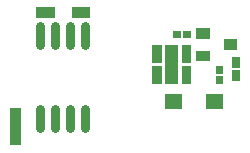
<source format=gts>
G04 Layer: TopSolderMaskLayer*
G04 EasyEDA v6.4.25, 2021-12-20T14:24:14+08:00*
G04 e4404237a4cc4071a16999871e39c68f,c1e8d67ad17f4412881db65ed68e30a3,10*
G04 Gerber Generator version 0.2*
G04 Scale: 100 percent, Rotated: No, Reflected: No *
G04 Dimensions in millimeters *
G04 leading zeros omitted , absolute positions ,4 integer and 5 decimal *
%FSLAX45Y45*%
%MOMM*%

%ADD32C,0.7316*%

%LPD*%
D32*
X952500Y13329691D02*
G01*
X952500Y13167690D01*
X1079500Y13329691D02*
G01*
X1079500Y13167690D01*
X1206500Y13329691D02*
G01*
X1206500Y13167690D01*
X1333500Y13329691D02*
G01*
X1333500Y13167690D01*
X952500Y14035709D02*
G01*
X952500Y13873708D01*
X1079500Y14035709D02*
G01*
X1079500Y13873708D01*
X1206500Y14035709D02*
G01*
X1206500Y13873708D01*
X1333500Y14035709D02*
G01*
X1333500Y13873708D01*
G36*
X704342Y13027405D02*
G01*
X704342Y13337794D01*
X794257Y13337794D01*
X794257Y13027405D01*
G37*
G36*
X2082291Y13932662D02*
G01*
X2082291Y13996924D01*
X2149093Y13996924D01*
X2149093Y13932662D01*
G37*
G36*
X2168906Y13932662D02*
G01*
X2168906Y13996924D01*
X2235708Y13996924D01*
X2235708Y13932662D01*
G37*
G36*
X2444495Y13631926D02*
G01*
X2444495Y13698474D01*
X2508504Y13698474D01*
X2508504Y13631926D01*
G37*
G36*
X2444495Y13545312D02*
G01*
X2444495Y13612113D01*
X2508504Y13612113D01*
X2508504Y13545312D01*
G37*
G36*
X2280920Y13735812D02*
G01*
X2280920Y13825981D01*
X2391156Y13825981D01*
X2391156Y13735812D01*
G37*
G36*
X2511043Y13830807D02*
G01*
X2511043Y13920978D01*
X2621279Y13920978D01*
X2621279Y13830807D01*
G37*
G36*
X2280920Y13925804D02*
G01*
X2280920Y14015974D01*
X2391156Y14015974D01*
X2391156Y13925804D01*
G37*
G36*
X2154936Y13725652D02*
G01*
X2154936Y13876020D01*
X2235200Y13876020D01*
X2235200Y13725652D01*
G37*
G36*
X2014981Y13545820D02*
G01*
X2014981Y13876020D01*
X2125218Y13876020D01*
X2125218Y13545820D01*
G37*
G36*
X1905000Y13545820D02*
G01*
X1905000Y13695934D01*
X1985263Y13695934D01*
X1985263Y13545820D01*
G37*
G36*
X2154936Y13545820D02*
G01*
X2154936Y13695934D01*
X2235200Y13695934D01*
X2235200Y13545820D01*
G37*
G36*
X1905000Y13725652D02*
G01*
X1905000Y13876020D01*
X1985263Y13876020D01*
X1985263Y13725652D01*
G37*
G36*
X2011934Y13328142D02*
G01*
X2011934Y13458444D01*
X2162302Y13458444D01*
X2162302Y13328142D01*
G37*
G36*
X2358897Y13328142D02*
G01*
X2358897Y13458444D01*
X2509265Y13458444D01*
X2509265Y13328142D01*
G37*
G36*
X2584195Y13682726D02*
G01*
X2584195Y13771879D01*
X2648204Y13771879D01*
X2648204Y13682726D01*
G37*
G36*
X2584195Y13573505D02*
G01*
X2584195Y13662913D01*
X2648204Y13662913D01*
X2648204Y13573505D01*
G37*
G36*
X923289Y14102842D02*
G01*
X923289Y14192757D01*
X1083310Y14192757D01*
X1083310Y14102842D01*
G37*
G36*
X1223263Y14102842D02*
G01*
X1223263Y14192757D01*
X1383284Y14192757D01*
X1383284Y14102842D01*
G37*
M02*

</source>
